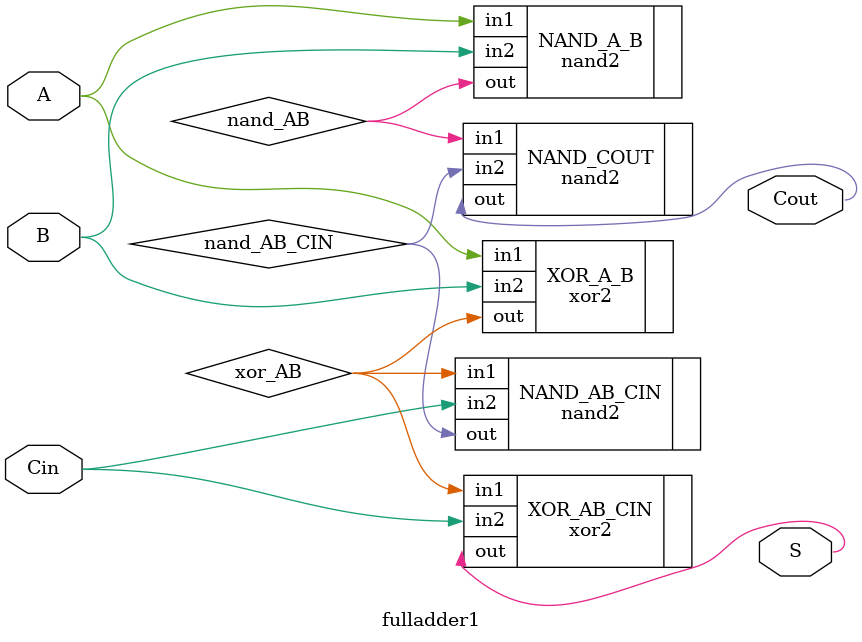
<source format=v>
module fulladder1(A, B, Cin, S, Cout);
	input A;
	input B;
	input Cin;
	output S;
	output Cout;

	wire nand_AB, xor_AB, nand_AB_CIN;

	xor2 XOR_A_B(.in1(A), .in2(B), .out(xor_AB));
	xor2 XOR_AB_CIN(.in1(xor_AB), .in2(Cin), .out(S));

	nand2 NAND_A_B(.in1(A), .in2(B), .out(nand_AB));
	nand2 NAND_AB_CIN(.in1(xor_AB), .in2(Cin), .out(nand_AB_CIN));

	nand2 NAND_COUT(.in1(nand_AB), .in2(nand_AB_CIN), .out(Cout));

endmodule

</source>
